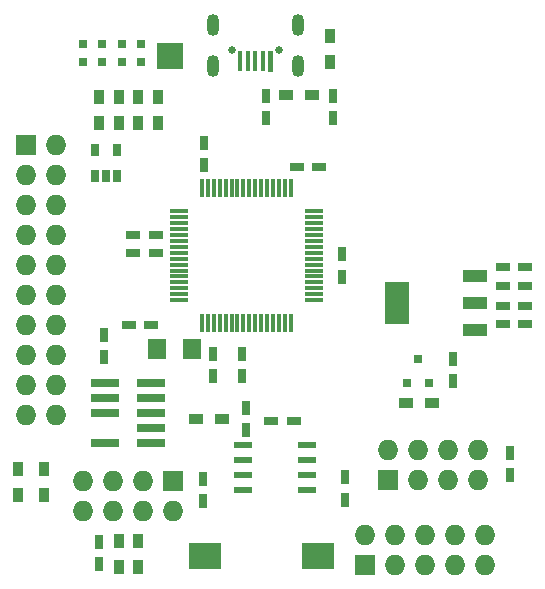
<source format=gbr>
G04 #@! TF.FileFunction,Soldermask,Top*
%FSLAX46Y46*%
G04 Gerber Fmt 4.6, Leading zero omitted, Abs format (unit mm)*
G04 Created by KiCad (PCBNEW (2015-05-09 BZR 5648)-product) date fre 04 sep 2015 20:46:22 CEST*
%MOMM*%
G01*
G04 APERTURE LIST*
%ADD10C,0.100000*%
%ADD11R,0.750000X1.200000*%
%ADD12R,1.550000X0.600000*%
%ADD13R,0.797560X0.797560*%
%ADD14R,1.200000X0.750000*%
%ADD15R,1.200000X0.900000*%
%ADD16R,0.900000X1.200000*%
%ADD17R,0.800100X0.800100*%
%ADD18R,2.032000X3.657600*%
%ADD19R,2.032000X1.016000*%
%ADD20R,0.300000X1.500000*%
%ADD21R,1.500000X0.300000*%
%ADD22O,1.727200X1.727200*%
%ADD23R,1.727200X1.727200*%
%ADD24R,0.650000X1.060000*%
%ADD25R,2.235200X2.235200*%
%ADD26R,2.400000X0.740000*%
%ADD27R,2.800000X2.200000*%
%ADD28R,1.500000X1.800000*%
%ADD29R,0.400000X1.700000*%
%ADD30O,1.050000X1.850000*%
%ADD31C,0.650000*%
G04 APERTURE END LIST*
D10*
D11*
X128524000Y-92898000D03*
X128524000Y-90998000D03*
D12*
X140302000Y-100330000D03*
X140302000Y-101600000D03*
X140302000Y-102870000D03*
X140302000Y-104140000D03*
X145702000Y-104140000D03*
X145702000Y-102870000D03*
X145702000Y-101600000D03*
X145702000Y-100330000D03*
D13*
X126746000Y-67932300D03*
X126746000Y-66433700D03*
D11*
X158064200Y-94955400D03*
X158064200Y-93055400D03*
D14*
X132903000Y-84074000D03*
X131003000Y-84074000D03*
D11*
X137033000Y-76642000D03*
X137033000Y-74742000D03*
X148717000Y-86106000D03*
X148717000Y-84206000D03*
X140208000Y-92649000D03*
X140208000Y-94549000D03*
X148971000Y-104988400D03*
X148971000Y-103088400D03*
X136906000Y-105090000D03*
X136906000Y-103190000D03*
X162941000Y-102931000D03*
X162941000Y-101031000D03*
D14*
X142687000Y-98298000D03*
X144587000Y-98298000D03*
X162295800Y-86893400D03*
X164195800Y-86893400D03*
X162285600Y-85293200D03*
X164185600Y-85293200D03*
D11*
X142240000Y-72705000D03*
X142240000Y-70805000D03*
D14*
X162295800Y-88544400D03*
X164195800Y-88544400D03*
D13*
X128397000Y-67932300D03*
X128397000Y-66433700D03*
D15*
X146134000Y-70739000D03*
X143934000Y-70739000D03*
X156294000Y-96774000D03*
X154094000Y-96774000D03*
D16*
X128143000Y-70900000D03*
X128143000Y-73100000D03*
X129794000Y-70900000D03*
X129794000Y-73100000D03*
D17*
X154167800Y-95082360D03*
X156067800Y-95082360D03*
X155117800Y-93083380D03*
D18*
X153339800Y-88290400D03*
D19*
X159943800Y-88290400D03*
X159943800Y-86004400D03*
X159943800Y-90576400D03*
D14*
X131003000Y-82550000D03*
X132903000Y-82550000D03*
D15*
X138514000Y-98171000D03*
X136314000Y-98171000D03*
D14*
X162295800Y-90068400D03*
X164195800Y-90068400D03*
X130622000Y-90170000D03*
X132522000Y-90170000D03*
D11*
X137795000Y-94549000D03*
X137795000Y-92649000D03*
X140589000Y-97221000D03*
X140589000Y-99121000D03*
D20*
X136839000Y-90028000D03*
X137339000Y-90028000D03*
X137839000Y-90028000D03*
X138339000Y-90028000D03*
X138839000Y-90028000D03*
X139339000Y-90028000D03*
X139839000Y-90028000D03*
X140339000Y-90028000D03*
X140839000Y-90028000D03*
X141339000Y-90028000D03*
X141839000Y-90028000D03*
X142339000Y-90028000D03*
X142839000Y-90028000D03*
X143339000Y-90028000D03*
X143839000Y-90028000D03*
X144339000Y-90028000D03*
D21*
X146289000Y-88078000D03*
X146289000Y-87578000D03*
X146289000Y-87078000D03*
X146289000Y-86578000D03*
X146289000Y-86078000D03*
X146289000Y-85578000D03*
X146289000Y-85078000D03*
X146289000Y-84578000D03*
X146289000Y-84078000D03*
X146289000Y-83578000D03*
X146289000Y-83078000D03*
X146289000Y-82578000D03*
X146289000Y-82078000D03*
X146289000Y-81578000D03*
X146289000Y-81078000D03*
X146289000Y-80578000D03*
D20*
X144339000Y-78628000D03*
X143839000Y-78628000D03*
X143339000Y-78628000D03*
X142839000Y-78628000D03*
X142339000Y-78628000D03*
X141839000Y-78628000D03*
X141339000Y-78628000D03*
X140839000Y-78628000D03*
X140339000Y-78628000D03*
X139839000Y-78628000D03*
X139339000Y-78628000D03*
X138839000Y-78628000D03*
X138339000Y-78628000D03*
X137839000Y-78628000D03*
X137339000Y-78628000D03*
X136839000Y-78628000D03*
D21*
X134889000Y-80578000D03*
X134889000Y-81078000D03*
X134889000Y-81578000D03*
X134889000Y-82078000D03*
X134889000Y-82578000D03*
X134889000Y-83078000D03*
X134889000Y-83578000D03*
X134889000Y-84078000D03*
X134889000Y-84578000D03*
X134889000Y-85078000D03*
X134889000Y-85578000D03*
X134889000Y-86078000D03*
X134889000Y-86578000D03*
X134889000Y-87078000D03*
X134889000Y-87578000D03*
X134889000Y-88078000D03*
D13*
X130048000Y-67932300D03*
X130048000Y-66433700D03*
D16*
X131445000Y-70900000D03*
X131445000Y-73100000D03*
D14*
X144846000Y-76835000D03*
X146746000Y-76835000D03*
D11*
X147955000Y-70805000D03*
X147955000Y-72705000D03*
X128143000Y-108524000D03*
X128143000Y-110424000D03*
D16*
X129794000Y-110701000D03*
X129794000Y-108501000D03*
X131445000Y-108501000D03*
X131445000Y-110701000D03*
X121285000Y-102405000D03*
X121285000Y-104605000D03*
X123444000Y-102405000D03*
X123444000Y-104605000D03*
D22*
X126746000Y-103378000D03*
X126746000Y-105918000D03*
X129286000Y-103378000D03*
X129286000Y-105918000D03*
X131826000Y-103378000D03*
X131826000Y-105918000D03*
D23*
X134366000Y-103378000D03*
D22*
X134366000Y-105918000D03*
D13*
X131699000Y-67932300D03*
X131699000Y-66433700D03*
D16*
X133096000Y-70900000D03*
X133096000Y-73100000D03*
D22*
X124460000Y-97790000D03*
X121920000Y-97790000D03*
X124460000Y-95250000D03*
X121920000Y-95250000D03*
X124460000Y-92710000D03*
X121920000Y-92710000D03*
X124460000Y-90170000D03*
X121920000Y-90170000D03*
X124460000Y-87630000D03*
X121920000Y-87630000D03*
X124460000Y-85090000D03*
X121920000Y-85090000D03*
D23*
X121920000Y-74930000D03*
D22*
X124460000Y-74930000D03*
X121920000Y-77470000D03*
X124460000Y-77470000D03*
X121920000Y-80010000D03*
X124460000Y-80010000D03*
X121920000Y-82550000D03*
X124460000Y-82550000D03*
D24*
X127762000Y-77597000D03*
X128712000Y-77597000D03*
X129662000Y-77597000D03*
X129662000Y-75397000D03*
X127762000Y-75397000D03*
D16*
X147701000Y-67902000D03*
X147701000Y-65702000D03*
D25*
X134112000Y-67437000D03*
D26*
X128651000Y-95123000D03*
X132551000Y-95123000D03*
X128651000Y-96393000D03*
X132551000Y-96393000D03*
X128651000Y-97663000D03*
X132551000Y-97663000D03*
X132551000Y-98933000D03*
X128651000Y-100203000D03*
X132551000Y-100203000D03*
D27*
X146684400Y-109753400D03*
X137084400Y-109753400D03*
D28*
X135993000Y-92202000D03*
X132993000Y-92202000D03*
D23*
X150622000Y-110490000D03*
D22*
X150622000Y-107950000D03*
X153162000Y-110490000D03*
X153162000Y-107950000D03*
X155702000Y-110490000D03*
X155702000Y-107950000D03*
X158242000Y-110490000D03*
X158242000Y-107950000D03*
X160782000Y-110490000D03*
X160782000Y-107950000D03*
D23*
X152590500Y-103314500D03*
D22*
X152590500Y-100774500D03*
X155130500Y-103314500D03*
X155130500Y-100774500D03*
X157670500Y-103314500D03*
X157670500Y-100774500D03*
X160210500Y-103314500D03*
X160210500Y-100774500D03*
D29*
X141351000Y-67877000D03*
X140701000Y-67877000D03*
X142001000Y-67877000D03*
D10*
G36*
X142851000Y-67027000D02*
X142851000Y-68727000D01*
X142451000Y-68727000D01*
X142451000Y-67027000D01*
X142851000Y-67027000D01*
X142851000Y-67027000D01*
G37*
D29*
X140051000Y-67877000D03*
D30*
X144926000Y-64777000D03*
X137776000Y-64777000D03*
X144926000Y-68227000D03*
X137776000Y-68227000D03*
D31*
X143351000Y-66902000D03*
X139351000Y-66902000D03*
M02*

</source>
